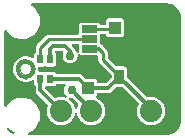
<source format=gtl>
G04 Layer: TopLayer*
G04 EasyEDA v6.5.22, 2023-02-08 15:23:14*
G04 b47096d6ad144cf6bac1a3a9f6be5821,c949cfa9a39643c6839ff0c3538172d0,10*
G04 Gerber Generator version 0.2*
G04 Scale: 100 percent, Rotated: No, Reflected: No *
G04 Dimensions in inches *
G04 leading zeros omitted , absolute positions ,3 integer and 6 decimal *
%FSLAX36Y36*%
%MOIN*%

%AMMACRO1*4,1,4,-0.0157,0.0236,0.0157,0.0236,0.0157,-0.0236,-0.0157,-0.0236,-0.0157,0.0236,0*%
%AMMACRO2*4,1,4,-0.0158,0.0236,0.0157,0.0236,0.0157,-0.0236,-0.0158,-0.0236,-0.0158,0.0236,0*%
%AMMACRO3*4,1,4,-0.025,-0.0125,-0.025,0.0125,0.025,0.0125,0.025,-0.0125,-0.025,-0.0125,0*%
%ADD10C,0.0120*%
%ADD11C,0.0100*%
%ADD12C,0.0000*%
%ADD13MACRO1*%
%ADD14MACRO2*%
%ADD15C,0.0163*%
%ADD16R,0.0394X0.0433*%
%ADD17R,0.0206X0.0285*%
%ADD18R,0.0079X0.0079*%
%ADD19MACRO3*%
%ADD20C,0.0740*%
%ADD21C,0.0298*%

%LPD*%
G36*
X36820Y8700D02*
G01*
X34700Y8980D01*
X29440Y11359D01*
X24940Y14120D01*
X20800Y17400D01*
X17080Y21160D01*
X15140Y23620D01*
X14400Y25160D01*
X14380Y26880D01*
X15080Y28460D01*
X16379Y29580D01*
X18020Y30080D01*
X19720Y29820D01*
X21160Y28880D01*
X24240Y25720D01*
X29360Y21500D01*
X34900Y17880D01*
X38120Y16240D01*
X39440Y15180D01*
X40199Y13660D01*
X40260Y11980D01*
X39620Y10420D01*
X38400Y9260D01*
G37*

%LPD*%
G36*
X88240Y6200D02*
G01*
X86720Y6500D01*
X85440Y7360D01*
X84560Y8640D01*
X84240Y10160D01*
X84540Y11680D01*
X85380Y12980D01*
X86640Y13859D01*
X92180Y16299D01*
X97920Y19600D01*
X103260Y23540D01*
X108140Y28020D01*
X112500Y33020D01*
X116280Y38480D01*
X119440Y44320D01*
X121940Y50460D01*
X123740Y56840D01*
X124820Y63380D01*
X125200Y70000D01*
X124820Y76620D01*
X123740Y83160D01*
X121940Y89540D01*
X119440Y95680D01*
X116280Y101519D01*
X112500Y106980D01*
X108140Y111980D01*
X103260Y116460D01*
X97920Y120399D01*
X92180Y123699D01*
X86100Y126380D01*
X79780Y128360D01*
X73260Y129620D01*
X66660Y130180D01*
X60020Y129980D01*
X53460Y129080D01*
X47040Y127440D01*
X40820Y125120D01*
X34900Y122120D01*
X29360Y118500D01*
X24240Y114280D01*
X19600Y109540D01*
X15540Y104300D01*
X13600Y101160D01*
X12420Y99940D01*
X10820Y99300D01*
X9120Y99420D01*
X7600Y100220D01*
X6560Y101580D01*
X6200Y103260D01*
X6200Y351740D01*
X6560Y353420D01*
X7600Y354780D01*
X9120Y355580D01*
X10820Y355700D01*
X12420Y355060D01*
X13600Y353840D01*
X15540Y350700D01*
X19600Y345460D01*
X24240Y340720D01*
X29360Y336500D01*
X34900Y332879D01*
X40820Y329880D01*
X47040Y327560D01*
X53460Y325920D01*
X60020Y325020D01*
X66660Y324820D01*
X73260Y325379D01*
X79780Y326640D01*
X86100Y328620D01*
X92180Y331300D01*
X97920Y334600D01*
X103260Y338540D01*
X108140Y343020D01*
X112500Y348020D01*
X116280Y353480D01*
X119440Y359320D01*
X121940Y365460D01*
X123740Y371840D01*
X124820Y378380D01*
X125200Y385000D01*
X124820Y391620D01*
X123740Y398160D01*
X121940Y404540D01*
X119440Y410680D01*
X116280Y416520D01*
X112500Y421980D01*
X108140Y426980D01*
X103260Y431460D01*
X97920Y435400D01*
X96280Y436340D01*
X95020Y437500D01*
X94340Y439099D01*
X94420Y440840D01*
X95220Y442380D01*
X96600Y443420D01*
X98280Y443800D01*
X549700Y443800D01*
X555520Y443420D01*
X560720Y442440D01*
X565740Y440840D01*
X570560Y438640D01*
X575060Y435880D01*
X579200Y432600D01*
X582920Y428840D01*
X586160Y424660D01*
X588880Y420120D01*
X591020Y415300D01*
X592560Y410240D01*
X593480Y405040D01*
X593800Y399700D01*
X593800Y50300D01*
X593420Y44480D01*
X592440Y39280D01*
X590840Y34260D01*
X588640Y29440D01*
X585880Y24940D01*
X582600Y20800D01*
X578840Y17080D01*
X574660Y13839D01*
X570120Y11120D01*
X565300Y8980D01*
X560240Y7440D01*
X555040Y6520D01*
X549700Y6200D01*
G37*

%LPC*%
G36*
X192100Y37900D02*
G01*
X197900Y37900D01*
X203680Y38620D01*
X209300Y40020D01*
X214720Y42120D01*
X219840Y44880D01*
X224579Y48240D01*
X228880Y52140D01*
X232659Y56560D01*
X235859Y61400D01*
X238460Y66600D01*
X240400Y72080D01*
X241100Y75280D01*
X241700Y76700D01*
X242800Y77780D01*
X244240Y78360D01*
X245760Y78360D01*
X247200Y77780D01*
X248299Y76700D01*
X248900Y75280D01*
X249600Y72080D01*
X251540Y66600D01*
X254140Y61400D01*
X257340Y56560D01*
X261119Y52140D01*
X265420Y48240D01*
X270160Y44880D01*
X275280Y42120D01*
X280700Y40020D01*
X286320Y38620D01*
X292100Y37900D01*
X297900Y37900D01*
X303680Y38620D01*
X309300Y40020D01*
X314720Y42120D01*
X319840Y44880D01*
X324580Y48240D01*
X328880Y52140D01*
X332660Y56560D01*
X335860Y61400D01*
X338459Y66600D01*
X340400Y72080D01*
X341640Y77760D01*
X342180Y83539D01*
X342000Y89360D01*
X341100Y95100D01*
X339500Y100680D01*
X337239Y106039D01*
X334340Y111060D01*
X330840Y115700D01*
X326800Y119880D01*
X322260Y123520D01*
X317320Y126580D01*
X314440Y127899D01*
X313080Y128920D01*
X312280Y130399D01*
X312140Y132080D01*
X312720Y133660D01*
X313860Y135480D01*
X314600Y137620D01*
X314880Y140100D01*
X314880Y141340D01*
X315180Y142880D01*
X316060Y144160D01*
X317360Y145040D01*
X318880Y145340D01*
X350900Y145340D01*
X354260Y145660D01*
X357299Y146600D01*
X360080Y148080D01*
X362700Y150220D01*
X377480Y165000D01*
X378780Y165880D01*
X380319Y166180D01*
X398820Y166180D01*
X400360Y165880D01*
X401659Y165000D01*
X453459Y113200D01*
X454400Y111740D01*
X454620Y110020D01*
X454099Y108360D01*
X452760Y106039D01*
X450500Y100680D01*
X448900Y95100D01*
X448000Y89360D01*
X447840Y83539D01*
X448360Y77760D01*
X449600Y72080D01*
X451540Y66600D01*
X454140Y61400D01*
X457340Y56560D01*
X461120Y52140D01*
X465420Y48240D01*
X470160Y44880D01*
X475280Y42120D01*
X480700Y40020D01*
X486320Y38620D01*
X492100Y37900D01*
X497900Y37900D01*
X503680Y38620D01*
X509300Y40020D01*
X514720Y42120D01*
X519840Y44880D01*
X524580Y48240D01*
X528880Y52140D01*
X532660Y56560D01*
X535860Y61400D01*
X538460Y66600D01*
X540400Y72080D01*
X541640Y77760D01*
X542180Y83539D01*
X542000Y89360D01*
X541100Y95100D01*
X539500Y100680D01*
X537240Y106039D01*
X534340Y111060D01*
X530840Y115700D01*
X526800Y119880D01*
X522260Y123520D01*
X517320Y126580D01*
X512040Y129000D01*
X506520Y130760D01*
X500800Y131840D01*
X495000Y132200D01*
X489200Y131840D01*
X484060Y130879D01*
X482780Y130840D01*
X481540Y131220D01*
X480500Y131980D01*
X416680Y195799D01*
X415820Y197100D01*
X415520Y198619D01*
X415520Y223400D01*
X415220Y225880D01*
X414480Y228039D01*
X413260Y229960D01*
X411659Y231580D01*
X409720Y232780D01*
X407580Y233540D01*
X405080Y233820D01*
X379340Y233820D01*
X377800Y234120D01*
X376500Y235000D01*
X351380Y260120D01*
X350500Y261420D01*
X350200Y262960D01*
X350200Y279800D01*
X349880Y282960D01*
X349020Y285800D01*
X347620Y288440D01*
X345600Y290880D01*
X336960Y299540D01*
X336260Y300480D01*
X335460Y301980D01*
X333440Y304440D01*
X330980Y306460D01*
X326740Y308640D01*
X325780Y309640D01*
X325240Y310920D01*
X325200Y337280D01*
X325360Y339020D01*
X326180Y340460D01*
X327540Y341460D01*
X329159Y341800D01*
X341760Y341800D01*
X343360Y341460D01*
X344700Y340520D01*
X345540Y339120D01*
X346140Y337400D01*
X347360Y335460D01*
X348980Y333860D01*
X350900Y332640D01*
X353060Y331880D01*
X355540Y331599D01*
X394460Y331599D01*
X396940Y331880D01*
X399099Y332640D01*
X401019Y333860D01*
X402640Y335460D01*
X403860Y337400D01*
X404600Y339540D01*
X404880Y342020D01*
X404880Y384900D01*
X404600Y387380D01*
X403860Y389520D01*
X402640Y391460D01*
X401019Y393060D01*
X399099Y394280D01*
X396940Y395040D01*
X394460Y395319D01*
X355540Y395319D01*
X353060Y395040D01*
X350900Y394280D01*
X348980Y393060D01*
X347360Y391460D01*
X346140Y389520D01*
X345400Y387380D01*
X345120Y384900D01*
X345120Y376200D01*
X344820Y374660D01*
X343940Y373380D01*
X342640Y372500D01*
X341120Y372200D01*
X327460Y372200D01*
X326140Y372420D01*
X324960Y373080D01*
X324060Y374080D01*
X322960Y375840D01*
X321340Y377460D01*
X319420Y378660D01*
X317260Y379420D01*
X314780Y379700D01*
X265220Y379700D01*
X262740Y379420D01*
X260580Y378660D01*
X258660Y377460D01*
X257040Y375840D01*
X255840Y373920D01*
X255080Y371760D01*
X254800Y369280D01*
X254800Y344720D01*
X254640Y342980D01*
X253820Y341540D01*
X252460Y340540D01*
X250840Y340200D01*
X155200Y340200D01*
X152040Y339880D01*
X149200Y339020D01*
X146560Y337620D01*
X144120Y335600D01*
X115620Y307100D01*
X113600Y304660D01*
X112200Y302020D01*
X111340Y299180D01*
X111020Y296020D01*
X111020Y283280D01*
X110719Y281740D01*
X109840Y280440D01*
X108000Y278580D01*
X106780Y276660D01*
X106020Y274500D01*
X105740Y272020D01*
X105740Y264420D01*
X105399Y262780D01*
X104400Y261439D01*
X102940Y260600D01*
X101260Y260460D01*
X99680Y261000D01*
X97520Y262300D01*
X93360Y264340D01*
X91519Y265020D01*
X88219Y266080D01*
X82899Y267140D01*
X77420Y267500D01*
X72700Y267240D01*
X70520Y266940D01*
X66020Y266040D01*
X62720Y264980D01*
X60800Y264260D01*
X58000Y262960D01*
X55839Y261840D01*
X51160Y258700D01*
X47000Y255060D01*
X43339Y250880D01*
X41660Y248460D01*
X40240Y246240D01*
X39100Y244060D01*
X37780Y241260D01*
X37080Y239380D01*
X36000Y236020D01*
X34920Y230539D01*
X34540Y225000D01*
X34900Y219140D01*
X35960Y213840D01*
X37720Y208660D01*
X39000Y205920D01*
X40119Y203780D01*
X43179Y199200D01*
X46740Y195120D01*
X50860Y191520D01*
X55400Y188480D01*
X60300Y186060D01*
X65439Y184320D01*
X70820Y183260D01*
X76300Y182900D01*
X81720Y183160D01*
X84060Y183480D01*
X88260Y184320D01*
X93400Y186060D01*
X98260Y188460D01*
X99540Y189300D01*
X101140Y189920D01*
X102840Y189820D01*
X104340Y189020D01*
X105380Y187640D01*
X105740Y185980D01*
X105740Y177979D01*
X106020Y175500D01*
X106780Y173340D01*
X108000Y171420D01*
X108840Y170560D01*
X109720Y169259D01*
X110020Y167719D01*
X110020Y153980D01*
X110360Y150620D01*
X111280Y147580D01*
X112760Y144800D01*
X114900Y142180D01*
X150340Y106740D01*
X151220Y105440D01*
X151520Y103900D01*
X151200Y102360D01*
X150500Y100680D01*
X148900Y95100D01*
X148000Y89360D01*
X147840Y83539D01*
X148360Y77760D01*
X149600Y72080D01*
X151540Y66600D01*
X154140Y61400D01*
X157340Y56560D01*
X161119Y52140D01*
X165420Y48240D01*
X170159Y44880D01*
X175280Y42120D01*
X180700Y40020D01*
X186320Y38620D01*
G37*

%LPD*%
G36*
X250840Y279360D02*
G01*
X249320Y279640D01*
X248020Y280480D01*
X244780Y285400D01*
X240940Y289500D01*
X240420Y290600D01*
X239940Y292140D01*
X238460Y294920D01*
X236320Y297540D01*
X230880Y302980D01*
X230020Y304260D01*
X229700Y305800D01*
X230020Y307340D01*
X230880Y308620D01*
X232180Y309500D01*
X233700Y309800D01*
X250840Y309800D01*
X252460Y309460D01*
X253820Y308460D01*
X254640Y307020D01*
X254800Y305280D01*
X254800Y283360D01*
X254500Y281840D01*
X253640Y280540D01*
X252360Y279680D01*
G37*

%LPD*%
G36*
X318880Y177740D02*
G01*
X317360Y178039D01*
X316060Y178920D01*
X315180Y180200D01*
X314880Y181740D01*
X314880Y182979D01*
X314600Y185460D01*
X313860Y187600D01*
X312640Y189540D01*
X311020Y191140D01*
X309100Y192360D01*
X306940Y193120D01*
X304460Y193400D01*
X277720Y193400D01*
X276180Y193700D01*
X274880Y194560D01*
X266100Y203340D01*
X263500Y205479D01*
X260700Y206980D01*
X257659Y207900D01*
X254320Y208220D01*
X181720Y208220D01*
X180380Y208460D01*
X179200Y209120D01*
X178299Y210159D01*
X176780Y212659D01*
X175200Y214259D01*
X173260Y215460D01*
X171119Y216220D01*
X168640Y216500D01*
X148520Y216500D01*
X146040Y216220D01*
X143720Y215400D01*
X142400Y215180D01*
X141080Y215400D01*
X138760Y216220D01*
X136280Y216500D01*
X122920Y216500D01*
X121340Y216820D01*
X120020Y217740D01*
X119160Y219100D01*
X118920Y220700D01*
X119160Y225380D01*
X118940Y229280D01*
X119179Y230880D01*
X120020Y232240D01*
X121340Y233180D01*
X122940Y233500D01*
X136280Y233500D01*
X138760Y233780D01*
X141080Y234600D01*
X142400Y234820D01*
X143720Y234600D01*
X146040Y233780D01*
X148520Y233500D01*
X168640Y233500D01*
X171119Y233780D01*
X173260Y234540D01*
X175200Y235740D01*
X176800Y237360D01*
X178020Y239280D01*
X178780Y241439D01*
X179060Y243920D01*
X179060Y272020D01*
X178780Y274500D01*
X178020Y276660D01*
X176800Y278580D01*
X175960Y279440D01*
X175080Y280740D01*
X174780Y282760D01*
X175080Y284300D01*
X175960Y285600D01*
X177240Y286460D01*
X178780Y286760D01*
X198939Y286760D01*
X200500Y286460D01*
X201800Y285580D01*
X202659Y284260D01*
X202940Y282700D01*
X202600Y281160D01*
X201280Y278140D01*
X200260Y274120D01*
X199920Y270000D01*
X200260Y265880D01*
X201280Y261860D01*
X202940Y258060D01*
X205219Y254600D01*
X208020Y251560D01*
X211280Y249000D01*
X214920Y247040D01*
X218840Y245700D01*
X222920Y245000D01*
X227079Y245000D01*
X231160Y245700D01*
X235080Y247040D01*
X238720Y249000D01*
X241980Y251560D01*
X244780Y254600D01*
X247060Y258060D01*
X248720Y261860D01*
X249740Y265880D01*
X250080Y270000D01*
X249980Y271260D01*
X250159Y272860D01*
X250980Y274260D01*
X252280Y275220D01*
X253840Y275580D01*
X255440Y275300D01*
X256780Y274420D01*
X258660Y272540D01*
X260580Y271340D01*
X262740Y270580D01*
X265220Y270300D01*
X314780Y270300D01*
X315360Y270360D01*
X317020Y270200D01*
X318460Y269380D01*
X319460Y268020D01*
X319800Y266400D01*
X319800Y255200D01*
X320120Y252040D01*
X320980Y249200D01*
X322380Y246560D01*
X324400Y244120D01*
X362440Y206060D01*
X363320Y204760D01*
X363620Y203220D01*
X363620Y198619D01*
X363320Y197100D01*
X362440Y195799D01*
X345560Y178920D01*
X344260Y178039D01*
X342740Y177740D01*
G37*

%LPD*%
G36*
X176140Y128520D02*
G01*
X174560Y128820D01*
X173220Y129700D01*
X143600Y159320D01*
X142720Y160620D01*
X142420Y162140D01*
X142420Y163780D01*
X142760Y165400D01*
X143760Y166759D01*
X145200Y167580D01*
X146860Y167740D01*
X148520Y167560D01*
X168640Y167560D01*
X171119Y167840D01*
X173260Y168600D01*
X175200Y169800D01*
X176780Y171400D01*
X178299Y173900D01*
X179200Y174940D01*
X180380Y175600D01*
X181720Y175820D01*
X206360Y175820D01*
X208039Y175460D01*
X209400Y174440D01*
X210200Y172940D01*
X210320Y171240D01*
X209720Y169640D01*
X207940Y166940D01*
X206280Y163140D01*
X205260Y159120D01*
X204920Y155000D01*
X205260Y150880D01*
X206280Y146860D01*
X207940Y143060D01*
X210219Y139600D01*
X213020Y136540D01*
X213900Y135040D01*
X214060Y133300D01*
X213460Y131680D01*
X212240Y130460D01*
X210600Y129860D01*
X208880Y130020D01*
X206520Y130760D01*
X200799Y131840D01*
X195000Y132200D01*
X189200Y131840D01*
X183480Y130760D01*
X177719Y128900D01*
G37*

%LPD*%
G36*
X245000Y92000D02*
G01*
X243320Y92380D01*
X241960Y93400D01*
X241160Y94920D01*
X239500Y100680D01*
X237240Y106039D01*
X234340Y111060D01*
X230840Y115700D01*
X226800Y119880D01*
X222500Y123320D01*
X221420Y124680D01*
X221020Y126380D01*
X221360Y128080D01*
X222399Y129480D01*
X223939Y130300D01*
X225680Y130380D01*
X227920Y130000D01*
X230420Y130000D01*
X231960Y129700D01*
X233260Y128840D01*
X251840Y110260D01*
X252700Y108960D01*
X253000Y107420D01*
X252680Y105879D01*
X250500Y100680D01*
X248840Y94920D01*
X248039Y93400D01*
X246680Y92380D01*
G37*

%LPD*%
G36*
X77060Y257280D02*
G01*
X73160Y257060D01*
X69320Y256340D01*
X65600Y255200D01*
X62040Y253600D01*
X58720Y251580D01*
X55640Y249160D01*
X52880Y246420D01*
X50480Y243340D01*
X48460Y240000D01*
X46860Y236460D01*
X45700Y232740D01*
X45000Y228900D01*
X44760Y224620D01*
X45000Y220820D01*
X45679Y217079D01*
X46820Y213440D01*
X48380Y209980D01*
X50340Y206720D01*
X52680Y203720D01*
X55380Y201040D01*
X58380Y198700D01*
X61620Y196720D01*
X65100Y195159D01*
X68720Y194040D01*
X72460Y193340D01*
X76260Y193120D01*
X77440Y193120D01*
X81240Y193340D01*
X84980Y194040D01*
X88620Y195159D01*
X92080Y196720D01*
X95340Y198700D01*
X98340Y201040D01*
X101020Y203720D01*
X103360Y206720D01*
X105340Y209980D01*
X106900Y213440D01*
X108020Y217079D01*
X108720Y220820D01*
X108940Y224620D01*
X97140Y224620D01*
X96980Y221840D01*
X96560Y219500D01*
X95860Y217240D01*
X94880Y215060D01*
X93640Y213039D01*
X92180Y211160D01*
X90500Y209480D01*
X88620Y208020D01*
X86600Y206780D01*
X84420Y205820D01*
X82160Y205100D01*
X79820Y204680D01*
X77440Y204540D01*
X74980Y204680D01*
X72540Y205120D01*
X70180Y205859D01*
X67940Y206880D01*
X65820Y208160D01*
X63880Y209680D01*
X62120Y211420D01*
X60599Y213380D01*
X59320Y215500D01*
X58300Y217740D01*
X57560Y220100D01*
X57120Y222540D01*
X56980Y225400D01*
X57120Y227780D01*
X57539Y230100D01*
X58259Y232380D01*
X59220Y234540D01*
X60460Y236580D01*
X61920Y238460D01*
X63600Y240140D01*
X65480Y241600D01*
X67520Y242820D01*
X69680Y243800D01*
X71940Y244520D01*
X74280Y244940D01*
X77440Y245080D01*
X79820Y244940D01*
X82160Y244520D01*
X84420Y243800D01*
X86600Y242820D01*
X88620Y241600D01*
X90500Y240140D01*
X92180Y238460D01*
X93640Y236580D01*
X94880Y234540D01*
X95860Y232380D01*
X96560Y230100D01*
X96980Y227780D01*
X97140Y225400D01*
X108940Y225400D01*
X108720Y229579D01*
X108020Y233320D01*
X106900Y236960D01*
X105340Y240420D01*
X103360Y243680D01*
X101020Y246680D01*
X98340Y249360D01*
X95340Y251720D01*
X92080Y253680D01*
X88620Y255240D01*
X84980Y256380D01*
X81240Y257060D01*
G37*
D10*
X290000Y293000D02*
G01*
X322000Y293000D01*
X495000Y85000D02*
G01*
X495000Y94570D01*
X389570Y200000D01*
X351100Y161540D01*
X285000Y161540D01*
X254510Y192030D01*
X158580Y192030D01*
D11*
X322000Y293000D02*
G01*
X335000Y280000D01*
X335000Y255000D01*
X389570Y200430D01*
X389570Y200000D01*
D10*
X158580Y257970D02*
G01*
X158580Y292970D01*
X168580Y302970D01*
X207970Y302970D01*
X225000Y285940D01*
X225000Y270000D01*
X230000Y155000D02*
G01*
X295000Y90000D01*
X295000Y85000D01*
X126220Y192030D02*
G01*
X126220Y153780D01*
X195000Y85000D01*
D11*
X290000Y357000D02*
G01*
X368530Y357000D01*
X375000Y363459D01*
X126220Y257970D02*
G01*
X126220Y296220D01*
X155000Y325000D01*
X290000Y325000D01*
D12*
X97129Y225390D02*
G01*
X108940Y225390D01*
X108940Y225790D01*
X77440Y257280D02*
G01*
X77050Y257280D01*
X44760Y225000D02*
G01*
X44760Y224609D01*
X76260Y193110D02*
G01*
X77440Y193110D01*
X108940Y224609D02*
G01*
X97129Y224609D01*
X97129Y224210D01*
X56970Y225000D02*
G01*
X56970Y225390D01*
X76650Y245080D02*
G01*
X77440Y245080D01*
D13*
G01*
X389565Y200000D03*
D14*
G01*
X460430Y200000D03*
D16*
G01*
X285000Y161540D03*
G01*
X285000Y228460D03*
D17*
G01*
X158580Y257970D03*
G01*
X126220Y257970D03*
D18*
G01*
X50550Y225610D03*
D17*
G01*
X126220Y192030D03*
G01*
X158580Y192030D03*
D16*
G01*
X375000Y296530D03*
G01*
X375000Y363459D03*
D19*
G01*
X290000Y293000D03*
G01*
X290000Y325000D03*
G01*
X290000Y357000D03*
D12*
G75*
G01*
X108940Y225790D02*
G03*
X77440Y257280I-31500J-10D01*
G75*
G01*
X77050Y257280D02*
G03*
X44760Y225000I-10J-32280D01*
G75*
G01*
X44760Y224610D02*
G03*
X76260Y193110I31500J0D01*
G75*
G01*
X77440Y193110D02*
G03*
X108940Y224610I0J31500D01*
G75*
G01*
X97130Y224210D02*
G02*
X77440Y204530I-19680J0D01*
G75*
G01*
X77440Y204530D02*
G02*
X56970Y225000I0J20470D01*
G75*
G01*
X56970Y225390D02*
G02*
X76650Y245080I19690J0D01*
G75*
G01*
X77440Y245080D02*
G02*
X97130Y225390I10J-19680D01*
D20*
G01*
X195000Y85000D03*
G01*
X295000Y85000D03*
G01*
X395000Y85000D03*
G01*
X495000Y85000D03*
D21*
G01*
X230000Y155000D03*
G01*
X225000Y270000D03*
M02*

</source>
